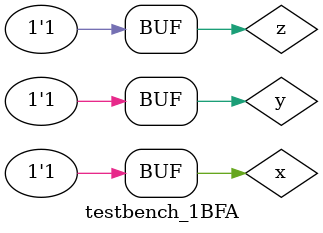
<source format=v>
module testbench_1BFA;
  reg x,y,z;
  wire  s,c;
  FADDER  fl(s,c,x,y,z);
  initial
    begin
      $monitor($time," x = %b, y = %b, z = %b, carry = %b, sum = %b.", x, y, z, c, s);
      #0 x=1'b0; y=1'b0; z=1'b0;
      #4 x=1'b0; y=1'b0; z=1'b1;
      #4 x=1'b0; y=1'b1; z=1'b0;
      #4 x=1'b0; y=1'b1; z=1'b1;
      #4 x=1'b1; y=1'b0; z=1'b0;
      #4 x=1'b1; y=1'b0; z=1'b1;
      #4 x=1'b1; y=1'b1; z=1'b0;
      #4 x=1'b1; y=1'b1; z=1'b1;
    end
endmodule
</source>
